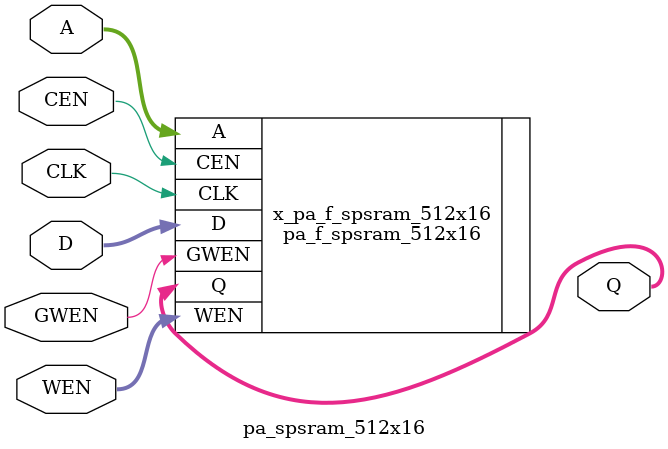
<source format=v>

/*Copyright 2020-2021 T-Head Semiconductor Co., Ltd.

Licensed under the Apache License, Version 2.0 (the "License");
you may not use this file except in compliance with the License.
You may obtain a copy of the License at

    http://www.apache.org/licenses/LICENSE-2.0

Unless required by applicable law or agreed to in writing, software
distributed under the License is distributed on an "AS IS" BASIS,
WITHOUT WARRANTIES OR CONDITIONS OF ANY KIND, either express or implied.
See the License for the specific language governing permissions and
limitations under the License.
*/

// &ModuleBeg; @22
module pa_spsram_512x16(
  A,
  CEN,
  CLK,
  D,
  GWEN,
  Q,
  WEN
);

// &Ports; @23
input   [8 :0]  A;   
input           CEN; 
input           CLK; 
input   [15:0]  D;   
input           GWEN; 
input   [15:0]  WEN; 
output  [15:0]  Q;   

// &Regs; @24

// &Wires; @25
wire    [8 :0]  A;   
wire            CEN; 
wire            CLK; 
wire    [15:0]  D;   
wire            GWEN; 
wire    [15:0]  Q;   
wire    [15:0]  WEN; 


//**********************************************************
//                  Parameter Definition
//**********************************************************
parameter ADDR_WIDTH = 9;
parameter DATA_WIDTH = 16;
parameter WE_WIDTH   = 16;

// &Force("bus","Q",DATA_WIDTH-1,0); @34
// &Force("bus","WEN",WE_WIDTH-1,0); @35
// &Force("bus","A",ADDR_WIDTH-1,0); @36
// &Force("bus","D",DATA_WIDTH-1,0); @37

  //********************************************************
  //*                        FPGA memory                   *
  //********************************************************
//   &Instance("pa_f_spsram_512x16"); @43
pa_f_spsram_512x16  x_pa_f_spsram_512x16 (
  .A    (A   ),
  .CEN  (CEN ),
  .CLK  (CLK ),
  .D    (D   ),
  .GWEN (GWEN),
  .Q    (Q   ),
  .WEN  (WEN )
);

//   &Instance("pa_tsmc_spsram_512x16"); @49
//   &Instance("pa_gsmc_spsram_512x16"); @55
//   &Instance("pa_umc_spsram_512x16"); @67

// &ModuleEnd; @71
endmodule



</source>
